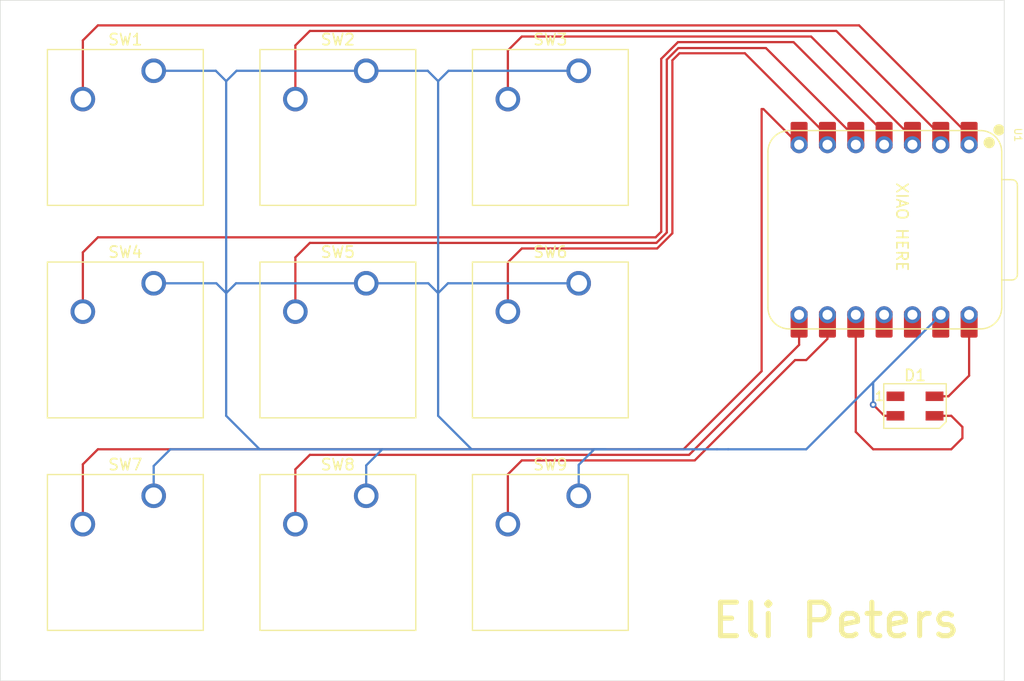
<source format=kicad_pcb>
(kicad_pcb (version 20241229) (generator "pcbnew") (generator_version "9.0")
  (layers (0 "F.Cu" signal) (2 "B.Cu" signal) (13 "F.Paste" user) (15 "B.Paste" user) (5 "F.SilkS" user "F.Silkscreen") (7 "B.SilkS" user "B.Silkscreen") (1 "F.Mask" user) (3 "B.Mask" user) (25 "Edge.Cuts" user))
  (net 0 "")
  (net 1 "Net-(U1-GPIO26{slash}ADC0{slash}A0)")
  (net 2 "Net-(U1-GPIO27{slash}ADC1{slash}A1)")
  (net 3 "Net-(U1-GPIO28{slash}ADC2{slash}A2)")
  (net 4 "Net-(U1-GPIO29{slash}ADC3{slash}A3)")
  (net 5 "Net-(U1-GPIO6{slash}SDA)")
  (net 6 "Net-(U1-GPIO7{slash}SCL)")
  (net 7 "Net-(U1-GPIO0{slash}TX)")
  (net 8 "Net-(U1-GPIO1{slash}RX)")
  (net 9 "Net-(U1-GPIO2{slash}SCK)")
  (net 10 "GND")
  (net 11 "+5V")
  (net 15 "Net-(D1-DIN)")
  (footprint "Button_Switch_Keyboard:SW_Cherry_MX_1.00u_PCB" (layer "F.Cu") (at 83.5025 90.17)
    (property "Reference" "SW7" (at -2.54 -2.794 0) (layer "F.SilkS"))
    (property "Value" "SW_Push")
    (fp_line (start -9.525 -1.905) (end 4.445 -1.905) (stroke (width 0.12)) (layer "F.SilkS"))
    (fp_line (start -9.525 12.065) (end -9.525 -1.905) (stroke (width 0.12)) (layer "F.SilkS"))
    (fp_line (start 4.445 -1.905) (end 4.445 12.065) (stroke (width 0.12)) (layer "F.SilkS"))
    (fp_line (start 4.445 12.065) (end -9.525 12.065) (stroke (width 0.12)) (layer "F.SilkS"))
    (pad "" np_thru_hole circle (at -7.62 5.08) (size 1.7 1.7) (drill 1.7) (layers "*.Cu" "*.Mask"))
    (pad "" np_thru_hole circle (at -2.54 5.08) (size 4 4) (drill 4) (layers "*.Cu" "*.Mask"))
    (pad "" np_thru_hole circle (at 2.54 5.08) (size 1.7 1.7) (drill 1.7) (layers "*.Cu" "*.Mask"))
    (pad "1" thru_hole circle (at 0 0) (size 2.2 2.2) (drill 1.5) (layers "*.Cu" "*.Mask") (net 10 "GND"))
    (pad "2" thru_hole circle (at -6.35 2.54) (size 2.2 2.2) (drill 1.5) (layers "*.Cu" "*.Mask") (net 7 "Net-(U1-GPIO0{slash}TX)"))
  )
  (footprint "Button_Switch_Keyboard:SW_Cherry_MX_1.00u_PCB" (layer "F.Cu") (at 121.6025 52.07)
    (property "Reference" "SW3" (at -2.54 -2.794 0) (layer "F.SilkS"))
    (property "Value" "SW_Push")
    (fp_line (start -9.525 -1.905) (end 4.445 -1.905) (stroke (width 0.12)) (layer "F.SilkS"))
    (fp_line (start -9.525 12.065) (end -9.525 -1.905) (stroke (width 0.12)) (layer "F.SilkS"))
    (fp_line (start 4.445 -1.905) (end 4.445 12.065) (stroke (width 0.12)) (layer "F.SilkS"))
    (fp_line (start 4.445 12.065) (end -9.525 12.065) (stroke (width 0.12)) (layer "F.SilkS"))
    (pad "" np_thru_hole circle (at -7.62 5.08) (size 1.7 1.7) (drill 1.7) (layers "*.Cu" "*.Mask"))
    (pad "" np_thru_hole circle (at -2.54 5.08) (size 4 4) (drill 4) (layers "*.Cu" "*.Mask"))
    (pad "" np_thru_hole circle (at 2.54 5.08) (size 1.7 1.7) (drill 1.7) (layers "*.Cu" "*.Mask"))
    (pad "1" thru_hole circle (at 0 0) (size 2.2 2.2) (drill 1.5) (layers "*.Cu" "*.Mask") (net 10 "GND"))
    (pad "2" thru_hole circle (at -6.35 2.54) (size 2.2 2.2) (drill 1.5) (layers "*.Cu" "*.Mask") (net 3 "Net-(U1-GPIO28{slash}ADC2{slash}A2)"))
  )
  (footprint "Button_Switch_Keyboard:SW_Cherry_MX_1.00u_PCB" (layer "F.Cu") (at 102.5525 52.07)
    (property "Reference" "SW2" (at -2.54 -2.794 0) (layer "F.SilkS"))
    (property "Value" "SW_Push")
    (fp_line (start -9.525 -1.905) (end 4.445 -1.905) (stroke (width 0.12)) (layer "F.SilkS"))
    (fp_line (start -9.525 12.065) (end -9.525 -1.905) (stroke (width 0.12)) (layer "F.SilkS"))
    (fp_line (start 4.445 -1.905) (end 4.445 12.065) (stroke (width 0.12)) (layer "F.SilkS"))
    (fp_line (start 4.445 12.065) (end -9.525 12.065) (stroke (width 0.12)) (layer "F.SilkS"))
    (pad "" np_thru_hole circle (at -7.62 5.08) (size 1.7 1.7) (drill 1.7) (layers "*.Cu" "*.Mask"))
    (pad "" np_thru_hole circle (at -2.54 5.08) (size 4 4) (drill 4) (layers "*.Cu" "*.Mask"))
    (pad "" np_thru_hole circle (at 2.54 5.08) (size 1.7 1.7) (drill 1.7) (layers "*.Cu" "*.Mask"))
    (pad "1" thru_hole circle (at 0 0) (size 2.2 2.2) (drill 1.5) (layers "*.Cu" "*.Mask") (net 10 "GND"))
    (pad "2" thru_hole circle (at -6.35 2.54) (size 2.2 2.2) (drill 1.5) (layers "*.Cu" "*.Mask") (net 2 "Net-(U1-GPIO27{slash}ADC1{slash}A1)"))
  )
  (footprint "Button_Switch_Keyboard:SW_Cherry_MX_1.00u_PCB" (layer "F.Cu") (at 83.5025 71.12)
    (property "Reference" "SW4" (at -2.54 -2.794 0) (layer "F.SilkS"))
    (property "Value" "SW_Push")
    (fp_line (start -9.525 -1.905) (end 4.445 -1.905) (stroke (width 0.12)) (layer "F.SilkS"))
    (fp_line (start -9.525 12.065) (end -9.525 -1.905) (stroke (width 0.12)) (layer "F.SilkS"))
    (fp_line (start 4.445 -1.905) (end 4.445 12.065) (stroke (width 0.12)) (layer "F.SilkS"))
    (fp_line (start 4.445 12.065) (end -9.525 12.065) (stroke (width 0.12)) (layer "F.SilkS"))
    (pad "" np_thru_hole circle (at -7.62 5.08) (size 1.7 1.7) (drill 1.7) (layers "*.Cu" "*.Mask"))
    (pad "" np_thru_hole circle (at -2.54 5.08) (size 4 4) (drill 4) (layers "*.Cu" "*.Mask"))
    (pad "" np_thru_hole circle (at 2.54 5.08) (size 1.7 1.7) (drill 1.7) (layers "*.Cu" "*.Mask"))
    (pad "1" thru_hole circle (at 0 0) (size 2.2 2.2) (drill 1.5) (layers "*.Cu" "*.Mask") (net 10 "GND"))
    (pad "2" thru_hole circle (at -6.35 2.54) (size 2.2 2.2) (drill 1.5) (layers "*.Cu" "*.Mask") (net 4 "Net-(U1-GPIO29{slash}ADC3{slash}A3)"))
  )
  (footprint "LED_SMD:LED_SK6812MINI_PLCC4_3.5x3.5mm_P1.75mm" (layer "F.Cu") (at 151.75 82.125)
    (property "Reference" "D1" (at 0 -2.75 0) (layer "F.SilkS"))
    (property "Value" "SK6812MINI")
    (fp_line (start -2.8 -2) (end -2.8 2) (stroke (width 0.12)) (layer "F.SilkS"))
    (fp_line (start -2.8 -2) (end 2.8 -2) (stroke (width 0.12)) (layer "F.SilkS"))
    (fp_line (start -2.8 2) (end 2.2 2) (stroke (width 0.12)) (layer "F.SilkS"))
    (fp_line (start 2.8 1.4) (end 2.2 2) (stroke (width 0.12)) (layer "F.SilkS"))
    (fp_line (start 2.8 1.4) (end 2.8 -2) (stroke (width 0.12)) (layer "F.SilkS"))
    (fp_text user "1" (at -3.2 -0.875 0) (layer "F.SilkS") (effects (font (size 0.8 0.8))))
    (pad "1" smd rect (at -1.75 -0.875) (size 1.6 0.85) (layers "F.Cu" "F.Mask" "F.Paste"))
    (pad "2" smd rect (at -1.75 0.875) (size 1.6 0.85) (layers "F.Cu" "F.Mask" "F.Paste") (net 10 "GND"))
    (pad "3" smd rect (at 1.75 0.875) (size 1.6 0.85) (layers "F.Cu" "F.Mask" "F.Paste") (net 15 "Net-(D1-DIN)"))
    (pad "4" smd rect (at 1.75 -0.875) (size 1.6 0.85) (layers "F.Cu" "F.Mask" "F.Paste") (net 11 "+5V"))
  )
  (footprint "Button_Switch_Keyboard:SW_Cherry_MX_1.00u_PCB" (layer "F.Cu") (at 102.5525 71.12)
    (property "Reference" "SW5" (at -2.54 -2.794 0) (layer "F.SilkS"))
    (property "Value" "SW_Push")
    (fp_line (start -9.525 -1.905) (end 4.445 -1.905) (stroke (width 0.12)) (layer "F.SilkS"))
    (fp_line (start -9.525 12.065) (end -9.525 -1.905) (stroke (width 0.12)) (layer "F.SilkS"))
    (fp_line (start 4.445 -1.905) (end 4.445 12.065) (stroke (width 0.12)) (layer "F.SilkS"))
    (fp_line (start 4.445 12.065) (end -9.525 12.065) (stroke (width 0.12)) (layer "F.SilkS"))
    (pad "" np_thru_hole circle (at -7.62 5.08) (size 1.7 1.7) (drill 1.7) (layers "*.Cu" "*.Mask"))
    (pad "" np_thru_hole circle (at -2.54 5.08) (size 4 4) (drill 4) (layers "*.Cu" "*.Mask"))
    (pad "" np_thru_hole circle (at 2.54 5.08) (size 1.7 1.7) (drill 1.7) (layers "*.Cu" "*.Mask"))
    (pad "1" thru_hole circle (at 0 0) (size 2.2 2.2) (drill 1.5) (layers "*.Cu" "*.Mask") (net 10 "GND"))
    (pad "2" thru_hole circle (at -6.35 2.54) (size 2.2 2.2) (drill 1.5) (layers "*.Cu" "*.Mask") (net 5 "Net-(U1-GPIO6{slash}SDA)"))
  )
  (footprint "PLO:XIAO-RP2040-DIP" (layer "F.Cu") (at 148.98 66.32 -90)
    (property "Reference" "U1" (at -8.5 -12 270) (layer "F.SilkS") (effects (font (size 0.635 0.635) (thickness 0.1016))))
    (property "Value" "XIAO-RP2040-DIP")
    (fp_line (start -6.985 10.414) (end 6.985 10.414) (stroke (width 0.127)) (layer "F.SilkS"))
    (fp_line (start -8.89 8.509) (end -8.89 -8.636) (stroke (width 0.127)) (layer "F.SilkS"))
    (fp_line (start 8.89 8.509) (end 8.89 -8.636) (stroke (width 0.127)) (layer "F.SilkS"))
    (fp_line (start -4.495 -10.541) (end -4.491272 -11.451272) (stroke (width 0.127)) (layer "F.SilkS"))
    (fp_line (start 6.985 -10.541) (end -6.985 -10.541) (stroke (width 0.1)) (layer "F.SilkS"))
    (fp_line (start 6.985 -10.541) (end -6.985 -10.541) (stroke (width 0.127)) (layer "F.SilkS"))
    (fp_line (start 4.504 -11.451) (end 4.504 -10.541) (stroke (width 0.127)) (layer "F.SilkS"))
    (fp_line (start -3.991272 -11.951) (end 4.004 -11.951) (stroke (width 0.127)) (layer "F.SilkS"))
    (fp_arc (start -6.985 10.414) (mid -8.332038 9.856038) (end -8.89 8.509) (stroke (width 0.127)) (layer "F.SilkS"))
    (fp_arc (start 8.89 8.509) (mid 8.332038 9.856038) (end 6.985 10.414) (stroke (width 0.127)) (layer "F.SilkS"))
    (fp_arc (start -8.89 -8.636) (mid -8.332038 -9.983038) (end -6.985 -10.541) (stroke (width 0.127)) (layer "F.SilkS"))
    (fp_arc (start 6.985 -10.541) (mid 8.332038 -9.983038) (end 8.89 -8.636) (stroke (width 0.127)) (layer "F.SilkS"))
    (fp_arc (start -4.491272 -11.451272) (mid -4.344728 -11.80464) (end -3.991272 -11.951) (stroke (width 0.127)) (layer "F.SilkS"))
    (fp_arc (start 4.004 -11.951) (mid 4.357553 -11.804553) (end 4.504 -11.451) (stroke (width 0.127)) (layer "F.SilkS"))
    (fp_circle (center -7.807 -9.42) (end -7.807 -9.674) (stroke (width 0.5)) (fill yes) (layer "F.SilkS"))
    (fp_circle (center -8.95 -10.3) (end -8.95 -10.554) (stroke (width 0.5)) (fill yes) (layer "F.SilkS"))
    (pad "1" smd roundrect (at -8.455 -7.62 90) (size 2.432 1.524) (layers "F.Cu" "F.Mask") (roundrect_rratio 0.1) (net 1 "Net-(U1-GPIO26{slash}ADC0{slash}A0)"))
    (pad "1" thru_hole circle (at -7.62 -7.62 90) (size 1.524 1.524) (drill 0.889) (layers "*.Cu" "*.Mask") (net 1 "Net-(U1-GPIO26{slash}ADC0{slash}A0)"))
    (pad "2" smd roundrect (at -8.455 -5.08 90) (size 2.432 1.524) (layers "F.Cu" "F.Mask") (roundrect_rratio 0.1) (net 2 "Net-(U1-GPIO27{slash}ADC1{slash}A1)"))
    (pad "2" thru_hole circle (at -7.62 -5.08 90) (size 1.524 1.524) (drill 0.889) (layers "*.Cu" "*.Mask") (net 2 "Net-(U1-GPIO27{slash}ADC1{slash}A1)"))
    (pad "3" smd roundrect (at -8.455 -2.54 90) (size 2.432 1.524) (layers "F.Cu" "F.Mask") (roundrect_rratio 0.1) (net 3 "Net-(U1-GPIO28{slash}ADC2{slash}A2)"))
    (pad "3" thru_hole circle (at -7.62 -2.54 90) (size 1.524 1.524) (drill 0.889) (layers "*.Cu" "*.Mask") (net 3 "Net-(U1-GPIO28{slash}ADC2{slash}A2)"))
    (pad "4" smd roundrect (at -8.455 0 90) (size 2.432 1.524) (layers "F.Cu" "F.Mask") (roundrect_rratio 0.1) (net 4 "Net-(U1-GPIO29{slash}ADC3{slash}A3)"))
    (pad "4" thru_hole circle (at -7.62 0 90) (size 1.524 1.524) (drill 0.889) (layers "*.Cu" "*.Mask") (net 4 "Net-(U1-GPIO29{slash}ADC3{slash}A3)"))
    (pad "5" smd roundrect (at -8.455 2.54 90) (size 2.432 1.524) (layers "F.Cu" "F.Mask") (roundrect_rratio 0.1) (net 5 "Net-(U1-GPIO6{slash}SDA)"))
    (pad "5" thru_hole circle (at -7.62 2.54 90) (size 1.524 1.524) (drill 0.889) (layers "*.Cu" "*.Mask") (net 5 "Net-(U1-GPIO6{slash}SDA)"))
    (pad "6" smd roundrect (at -8.455 5.08 90) (size 2.432 1.524) (layers "F.Cu" "F.Mask") (roundrect_rratio 0.1) (net 6 "Net-(U1-GPIO7{slash}SCL)"))
    (pad "6" thru_hole circle (at -7.62 5.08 90) (size 1.524 1.524) (drill 0.889) (layers "*.Cu" "*.Mask") (net 6 "Net-(U1-GPIO7{slash}SCL)"))
    (pad "7" smd roundrect (at -8.455 7.62 90) (size 2.432 1.524) (layers "F.Cu" "F.Mask") (roundrect_rratio 0.1) (net 7 "Net-(U1-GPIO0{slash}TX)"))
    (pad "7" thru_hole circle (at -7.62 7.62 90) (size 1.524 1.524) (drill 0.889) (layers "*.Cu" "*.Mask") (net 7 "Net-(U1-GPIO0{slash}TX)"))
    (pad "8" thru_hole circle (at 7.62 7.62 270) (size 1.524 1.524) (drill 0.889) (layers "*.Cu" "*.Mask") (net 8 "Net-(U1-GPIO1{slash}RX)"))
    (pad "8" smd roundrect (at 8.455 7.62 270) (size 2.432 1.524) (layers "F.Cu" "F.Mask") (roundrect_rratio 0.1) (net 8 "Net-(U1-GPIO1{slash}RX)"))
    (pad "9" thru_hole circle (at 7.62 5.08 270) (size 1.524 1.524) (drill 0.889) (layers "*.Cu" "*.Mask") (net 9 "Net-(U1-GPIO2{slash}SCK)"))
    (pad "9" smd roundrect (at 8.455 5.08 270) (size 2.432 1.524) (layers "F.Cu" "F.Mask") (roundrect_rratio 0.1) (net 9 "Net-(U1-GPIO2{slash}SCK)"))
    (pad "10" thru_hole circle (at 7.62 2.54 270) (size 1.524 1.524) (drill 0.889) (layers "*.Cu" "*.Mask") (net 15 "Net-(D1-DIN)"))
    (pad "10" smd roundrect (at 8.455 2.54 270) (size 2.432 1.524) (layers "F.Cu" "F.Mask") (roundrect_rratio 0.1) (net 15 "Net-(D1-DIN)"))
    (pad "11" thru_hole circle (at 7.62 0 270) (size 1.524 1.524) (drill 0.889) (layers "*.Cu" "*.Mask"))
    (pad "11" smd roundrect (at 8.455 0 270) (size 2.432 1.524) (layers "F.Cu" "F.Mask") (roundrect_rratio 0.1))
    (pad "12" thru_hole circle (at 7.62 -2.54 270) (size 1.524 1.524) (drill 0.889) (layers "*.Cu" "*.Mask"))
    (pad "12" smd roundrect (at 8.455 -2.54 270) (size 2.432 1.524) (layers "F.Cu" "F.Mask") (roundrect_rratio 0.1))
    (pad "13" thru_hole circle (at 7.62 -5.08 270) (size 1.524 1.524) (drill 0.889) (layers "*.Cu" "*.Mask") (net 10 "GND"))
    (pad "13" smd roundrect (at 8.455 -5.08 270) (size 2.432 1.524) (layers "F.Cu" "F.Mask") (roundrect_rratio 0.1) (net 10 "GND"))
    (pad "14" thru_hole circle (at 7.62 -7.62 270) (size 1.524 1.524) (drill 0.889) (layers "*.Cu" "*.Mask") (net 11 "+5V"))
    (pad "14" smd roundrect (at 8.455 -7.62 270) (size 2.432 1.524) (layers "F.Cu" "F.Mask") (roundrect_rratio 0.1) (net 11 "+5V"))
  )
  (footprint "Button_Switch_Keyboard:SW_Cherry_MX_1.00u_PCB" (layer "F.Cu") (at 121.6025 71.12)
    (property "Reference" "SW6" (at -2.54 -2.794 0) (layer "F.SilkS"))
    (property "Value" "SW_Push")
    (fp_line (start -9.525 -1.905) (end 4.445 -1.905) (stroke (width 0.12)) (layer "F.SilkS"))
    (fp_line (start -9.525 12.065) (end -9.525 -1.905) (stroke (width 0.12)) (layer "F.SilkS"))
    (fp_line (start 4.445 -1.905) (end 4.445 12.065) (stroke (width 0.12)) (layer "F.SilkS"))
    (fp_line (start 4.445 12.065) (end -9.525 12.065) (stroke (width 0.12)) (layer "F.SilkS"))
    (pad "" np_thru_hole circle (at -7.62 5.08) (size 1.7 1.7) (drill 1.7) (layers "*.Cu" "*.Mask"))
    (pad "" np_thru_hole circle (at -2.54 5.08) (size 4 4) (drill 4) (layers "*.Cu" "*.Mask"))
    (pad "" np_thru_hole circle (at 2.54 5.08) (size 1.7 1.7) (drill 1.7) (layers "*.Cu" "*.Mask"))
    (pad "1" thru_hole circle (at 0 0) (size 2.2 2.2) (drill 1.5) (layers "*.Cu" "*.Mask") (net 10 "GND"))
    (pad "2" thru_hole circle (at -6.35 2.54) (size 2.2 2.2) (drill 1.5) (layers "*.Cu" "*.Mask") (net 6 "Net-(U1-GPIO7{slash}SCL)"))
  )
  (footprint "Button_Switch_Keyboard:SW_Cherry_MX_1.00u_PCB" (layer "F.Cu") (at 83.5025 52.07)
    (property "Reference" "SW1" (at -2.54 -2.794 0) (layer "F.SilkS"))
    (property "Value" "SW_Push")
    (fp_line (start -9.525 -1.905) (end 4.445 -1.905) (stroke (width 0.12)) (layer "F.SilkS"))
    (fp_line (start -9.525 12.065) (end -9.525 -1.905) (stroke (width 0.12)) (layer "F.SilkS"))
    (fp_line (start 4.445 -1.905) (end 4.445 12.065) (stroke (width 0.12)) (layer "F.SilkS"))
    (fp_line (start 4.445 12.065) (end -9.525 12.065) (stroke (width 0.12)) (layer "F.SilkS"))
    (pad "" np_thru_hole circle (at -7.62 5.08) (size 1.7 1.7) (drill 1.7) (layers "*.Cu" "*.Mask"))
    (pad "" np_thru_hole circle (at -2.54 5.08) (size 4 4) (drill 4) (layers "*.Cu" "*.Mask"))
    (pad "" np_thru_hole circle (at 2.54 5.08) (size 1.7 1.7) (drill 1.7) (layers "*.Cu" "*.Mask"))
    (pad "1" thru_hole circle (at 0 0) (size 2.2 2.2) (drill 1.5) (layers "*.Cu" "*.Mask") (net 10 "GND"))
    (pad "2" thru_hole circle (at -6.35 2.54) (size 2.2 2.2) (drill 1.5) (layers "*.Cu" "*.Mask") (net 1 "Net-(U1-GPIO26{slash}ADC0{slash}A0)"))
  )
  (footprint "Button_Switch_Keyboard:SW_Cherry_MX_1.00u_PCB" (layer "F.Cu") (at 121.6025 90.17)
    (property "Reference" "SW9" (at -2.54 -2.794 0) (layer "F.SilkS"))
    (property "Value" "SW_Push")
    (fp_line (start -9.525 -1.905) (end 4.445 -1.905) (stroke (width 0.12)) (layer "F.SilkS"))
    (fp_line (start -9.525 12.065) (end -9.525 -1.905) (stroke (width 0.12)) (layer "F.SilkS"))
    (fp_line (start 4.445 -1.905) (end 4.445 12.065) (stroke (width 0.12)) (layer "F.SilkS"))
    (fp_line (start 4.445 12.065) (end -9.525 12.065) (stroke (width 0.12)) (layer "F.SilkS"))
    (pad "" np_thru_hole circle (at -7.62 5.08) (size 1.7 1.7) (drill 1.7) (layers "*.Cu" "*.Mask"))
    (pad "" np_thru_hole circle (at -2.54 5.08) (size 4 4) (drill 4) (layers "*.Cu" "*.Mask"))
    (pad "" np_thru_hole circle (at 2.54 5.08) (size 1.7 1.7) (drill 1.7) (layers "*.Cu" "*.Mask"))
    (pad "1" thru_hole circle (at 0 0) (size 2.2 2.2) (drill 1.5) (layers "*.Cu" "*.Mask") (net 10 "GND"))
    (pad "2" thru_hole circle (at -6.35 2.54) (size 2.2 2.2) (drill 1.5) (layers "*.Cu" "*.Mask") (net 9 "Net-(U1-GPIO2{slash}SCK)"))
  )
  (footprint "Button_Switch_Keyboard:SW_Cherry_MX_1.00u_PCB" (layer "F.Cu") (at 102.5525 90.17)
    (property "Reference" "SW8" (at -2.54 -2.794 0) (layer "F.SilkS"))
    (property "Value" "SW_Push")
    (fp_line (start -9.525 -1.905) (end 4.445 -1.905) (stroke (width 0.12)) (layer "F.SilkS"))
    (fp_line (start -9.525 12.065) (end -9.525 -1.905) (stroke (width 0.12)) (layer "F.SilkS"))
    (fp_line (start 4.445 -1.905) (end 4.445 12.065) (stroke (width 0.12)) (layer "F.SilkS"))
    (fp_line (start 4.445 12.065) (end -9.525 12.065) (stroke (width 0.12)) (layer "F.SilkS"))
    (pad "" np_thru_hole circle (at -7.62 5.08) (size 1.7 1.7) (drill 1.7) (layers "*.Cu" "*.Mask"))
    (pad "" np_thru_hole circle (at -2.54 5.08) (size 4 4) (drill 4) (layers "*.Cu" "*.Mask"))
    (pad "" np_thru_hole circle (at 2.54 5.08) (size 1.7 1.7) (drill 1.7) (layers "*.Cu" "*.Mask"))
    (pad "1" thru_hole circle (at 0 0) (size 2.2 2.2) (drill 1.5) (layers "*.Cu" "*.Mask") (net 10 "GND"))
    (pad "2" thru_hole circle (at -6.35 2.54) (size 2.2 2.2) (drill 1.5) (layers "*.Cu" "*.Mask") (net 8 "Net-(U1-GPIO1{slash}RX)"))
  )
  (gr_rect (start 69.75 45.75) (end 159.75 106.75) (stroke (width 0.05)) (fill no) (layer "Edge.Cuts"))
  (gr_text "XIAO HERE" (at 150 62 270) (layer "F.SilkS") (effects (font (size 1 1)) (justify left bottom)))
  (gr_text "Eli Peters" (at 133.3 103.1 0) (layer "F.SilkS") (effects (font (size 3 3) (thickness 0.45)) (justify left bottom)))
  (segment (start 146.735 48) (end 156.6 57.865) (width 0.2) (layer "F.Cu") (net 1))
  (segment (start 78.5 48) (end 146.735 48) (width 0.2) (layer "F.Cu") (net 1))
  (segment (start 77.1525 49.3475) (end 78.5 48) (width 0.2) (layer "F.Cu") (net 1))
  (segment (start 77.1525 54.61) (end 77.1525 49.3475) (width 0.2) (layer "F.Cu") (net 1))
  (segment (start 96.2025 49.7975) (end 97.5 48.5) (width 0.2) (layer "F.Cu") (net 2))
  (segment (start 97.5 48.5) (end 144.695 48.5) (width 0.2) (layer "F.Cu") (net 2))
  (segment (start 144.695 48.5) (end 154.06 57.865) (width 0.2) (layer "F.Cu") (net 2))
  (segment (start 96.2025 54.61) (end 96.2025 49.7975) (width 0.2) (layer "F.Cu") (net 2))
  (segment (start 115.2525 54.61) (end 115.2525 50.2475) (width 0.2) (layer "F.Cu") (net 3))
  (segment (start 116.5 49) (end 142.433626 49) (width 0.2) (layer "F.Cu") (net 3))
  (segment (start 151.52 58.086374) (end 151.52 58.7) (width 0.2) (layer "F.Cu") (net 3))
  (segment (start 142.433626 49) (end 151.52 58.086374) (width 0.2) (layer "F.Cu") (net 3))
  (segment (start 115.2525 50.2475) (end 116.5 49) (width 0.2) (layer "F.Cu") (net 3))
  (segment (start 140.85763 49.5) (end 130.5 49.5) (width 0.2) (layer "F.Cu") (net 4))
  (segment (start 129 66.5) (end 128.5 67) (width 0.2) (layer "F.Cu") (net 4))
  (segment (start 148.98 57.62237) (end 148.98 58.7) (width 0.2) (layer "F.Cu") (net 4))
  (segment (start 78.5 67) (end 128.5 67) (width 0.2) (layer "F.Cu") (net 4))
  (segment (start 77.1525 68.3475) (end 78.5 67) (width 0.2) (layer "F.Cu") (net 4))
  (segment (start 140.85763 49.5) (end 148.98 57.62237) (width 0.2) (layer "F.Cu") (net 4))
  (segment (start 77.1525 73.66) (end 77.1525 68.3475) (width 0.2) (layer "F.Cu") (net 4))
  (segment (start 130.5 49.5) (end 129 51) (width 0.2) (layer "F.Cu") (net 4))
  (segment (start 129 51) (end 129 66.5) (width 0.2) (layer "F.Cu") (net 4))
  (segment (start 130.53355 50.03355) (end 138.387176 50.03355) (width 0.2) (layer "F.Cu") (net 5))
  (segment (start 129.5 66.5671) (end 129.5 51.0671) (width 0.2) (layer "F.Cu") (net 5))
  (segment (start 97.5 67.5) (end 128.5671 67.5) (width 0.2) (layer "F.Cu") (net 5))
  (segment (start 138.387176 50.03355) (end 146.44 58.086374) (width 0.2) (layer "F.Cu") (net 5))
  (segment (start 96.2025 68.7975) (end 97.5 67.5) (width 0.2) (layer "F.Cu") (net 5))
  (segment (start 128.5671 67.5) (end 129.5 66.5671) (width 0.2) (layer "F.Cu") (net 5))
  (segment (start 96.2025 73.66) (end 96.2025 68.7975) (width 0.2) (layer "F.Cu") (net 5))
  (segment (start 146.44 58.086374) (end 146.44 58.7) (width 0.2) (layer "F.Cu") (net 5))
  (segment (start 129.5 51.0671) (end 130.53355 50.03355) (width 0.2) (layer "F.Cu") (net 5))
  (segment (start 115.2525 69.2475) (end 115.2525 73.66) (width 0.2) (layer "F.Cu") (net 6))
  (segment (start 128.6342 68) (end 116.5 68) (width 0.2) (layer "F.Cu") (net 6))
  (segment (start 143.9 58.7) (end 143.9 57.9) (width 0.2) (layer "F.Cu") (net 6))
  (segment (start 116.5 68) (end 115.2525 69.2475) (width 0.2) (layer "F.Cu") (net 6))
  (segment (start 130 51.1342) (end 130 66.6342) (width 0.2) (layer "F.Cu") (net 6))
  (segment (start 143.9 57.9) (end 136.5 50.5) (width 0.2) (layer "F.Cu") (net 6))
  (segment (start 136.5 50.5) (end 130.6342 50.5) (width 0.2) (layer "F.Cu") (net 6))
  (segment (start 130.6342 50.5) (end 130 51.1342) (width 0.2) (layer "F.Cu") (net 6))
  (segment (start 130 66.6342) (end 128.6342 68) (width 0.2) (layer "F.Cu") (net 6))
  (segment (start 138 79) (end 138 55.5) (width 0.2) (layer "F.Cu") (net 7))
  (segment (start 77.1525 92.71) (end 77.1525 87.3475) (width 0.2) (layer "F.Cu") (net 7))
  (segment (start 78.5 86) (end 131 86) (width 0.2) (layer "F.Cu") (net 7))
  (segment (start 131 86) (end 138 79) (width 0.2) (layer "F.Cu") (net 7))
  (segment (start 77.1525 87.3475) (end 78.5 86) (width 0.2) (layer "F.Cu") (net 7))
  (segment (start 138 55.5) (end 138.16 55.5) (width 0.2) (layer "F.Cu") (net 7))
  (segment (start 138.16 55.5) (end 141.36 58.7) (width 0.2) (layer "F.Cu") (net 7))
  (segment (start 96.2025 92.71) (end 96.2025 87.7975) (width 0.2) (layer "F.Cu") (net 8))
  (segment (start 97.5 86.5) (end 131.5 86.5) (width 0.2) (layer "F.Cu") (net 8))
  (segment (start 141.36 76.64) (end 141.36 74.775) (width 0.2) (layer "F.Cu") (net 8))
  (segment (start 131.5 86.5) (end 141.36 76.64) (width 0.2) (layer "F.Cu") (net 8))
  (segment (start 96.2025 87.7975) (end 97.5 86.5) (width 0.2) (layer "F.Cu") (net 8))
  (segment (start 115.2525 88.2475) (end 116.5 87) (width 0.2) (layer "F.Cu") (net 9))
  (segment (start 143.9 76.1) (end 143.9 74.775) (width 0.2) (layer "F.Cu") (net 9))
  (segment (start 116.5 87) (end 132 87) (width 0.2) (layer "F.Cu") (net 9))
  (segment (start 132 87) (end 141 78) (width 0.2) (layer "F.Cu") (net 9))
  (segment (start 142 78) (end 143.9 76.1) (width 0.2) (layer "F.Cu") (net 9))
  (segment (start 115.2525 92.71) (end 115.2525 88.2475) (width 0.2) (layer "F.Cu") (net 9))
  (segment (start 141 78) (end 142 78) (width 0.2) (layer "F.Cu") (net 9))
  (segment (start 154.06 74.775) (end 154.06 73.94) (width 0.2) (layer "F.Cu") (net 10))
  (segment (start 149 83) (end 150 83) (width 0.2) (layer "F.Cu") (net 10))
  (segment (start 148 82) (end 149 83) (width 0.2) (layer "F.Cu") (net 10))
  (via (at 148 82) (size 0.6) (drill 0.3) (layers "F.Cu" "B.Cu") (net 10))
  (segment (start 90.88 71.12) (end 102.5525 71.12) (width 0.2) (layer "B.Cu") (net 10))
  (segment (start 109 53) (end 109.93 52.07) (width 0.2) (layer "B.Cu") (net 10))
  (segment (start 93 86) (end 85 86) (width 0.2) (layer "B.Cu") (net 10))
  (segment (start 85 86) (end 83.5025 87.4975) (width 0.2) (layer "B.Cu") (net 10))
  (segment (start 112 86) (end 124 86) (width 0.2) (layer "B.Cu") (net 10))
  (segment (start 90 72) (end 90.88 71.12) (width 0.2) (layer "B.Cu") (net 10))
  (segment (start 112 86) (end 109 83) (width 0.2) (layer "B.Cu") (net 10))
  (segment (start 93 86) (end 104 86) (width 0.2) (layer "B.Cu") (net 10))
  (segment (start 142 86) (end 148 80) (width 0.2) (layer "B.Cu") (net 10))
  (segment (start 109 83) (end 109 72) (width 0.2) (layer "B.Cu") (net 10))
  (segment (start 148 80) (end 148 82) (width 0.2) (layer "B.Cu") (net 10))
  (segment (start 109.93 52.07) (end 121.6025 52.07) (width 0.2) (layer "B.Cu") (net 10))
  (segment (start 134 86) (end 135 86) (width 0.2) (layer "B.Cu") (net 10))
  (segment (start 90 72) (end 90 83) (width 0.2) (layer "B.Cu") (net 10))
  (segment (start 83.5025 87.4975) (end 83.5025 90.17) (width 0.2) (layer "B.Cu") (net 10))
  (segment (start 109 72) (end 109.88 71.12) (width 0.2) (layer "B.Cu") (net 10))
  (segment (start 121.6025 87.3975) (end 121.6025 90.17) (width 0.2) (layer "B.Cu") (net 10))
  (segment (start 124 86) (end 127 86) (width 0.2) (layer "B.Cu") (net 10))
  (segment (start 90 83) (end 93 86) (width 0.2) (layer "B.Cu") (net 10))
  (segment (start 109 72) (end 109 53) (width 0.2) (layer "B.Cu") (net 10))
  (segment (start 127 86) (end 134 86) (width 0.2) (layer "B.Cu") (net 10))
  (segment (start 135 86) (end 142 86) (width 0.2) (layer "B.Cu") (net 10))
  (segment (start 89.12 71.12) (end 83.5025 71.12) (width 0.2) (layer "B.Cu") (net 10))
  (segment (start 109 72) (end 108.12 71.12) (width 0.2) (layer "B.Cu") (net 10))
  (segment (start 109 53) (end 108.07 52.07) (width 0.2) (layer "B.Cu") (net 10))
  (segment (start 104 86) (end 102.5525 87.4475) (width 0.2) (layer "B.Cu") (net 10))
  (segment (start 108.12 71.12) (end 102.5525 71.12) (width 0.2) (layer "B.Cu") (net 10))
  (segment (start 90 53) (end 90.93 52.07) (width 0.2) (layer "B.Cu") (net 10))
  (segment (start 108.07 52.07) (end 102.5525 52.07) (width 0.2) (layer "B.Cu") (net 10))
  (segment (start 124 86) (end 123 86) (width 0.2) (layer "B.Cu") (net 10))
  (segment (start 89.07 52.07) (end 83.5025 52.07) (width 0.2) (layer "B.Cu") (net 10))
  (segment (start 90 53) (end 89.07 52.07) (width 0.2) (layer "B.Cu") (net 10))
  (segment (start 90.93 52.07) (end 102.5525 52.07) (width 0.2) (layer "B.Cu") (net 10))
  (segment (start 148 80) (end 154.06 73.94) (width 0.2) (layer "B.Cu") (net 10))
  (segment (start 90 72) (end 89.12 71.12) (width 0.2) (layer "B.Cu") (net 10))
  (segment (start 104 86) (end 112 86) (width 0.2) (layer "B.Cu") (net 10))
  (segment (start 102.5525 87.4475) (end 102.5525 90.17) (width 0.2) (layer "B.Cu") (net 10))
  (segment (start 123 86) (end 121.6025 87.3975) (width 0.2) (layer "B.Cu") (net 10))
  (segment (start 109.88 71.12) (end 121.6025 71.12) (width 0.2) (layer "B.Cu") (net 10))
  (segment (start 90 53) (end 90 72) (width 0.2) (layer "B.Cu") (net 10))
  (segment (start 156.6 79.4) (end 156.6 74.775) (width 0.2) (layer "F.Cu") (net 11))
  (segment (start 154.75 81.25) (end 156.6 79.4) (width 0.2) (layer "F.Cu") (net 11))
  (segment (start 153.5 81.25) (end 154.75 81.25) (width 0.2) (layer "F.Cu") (net 11))
  (segment (start 156 85) (end 156 84) (width 0.2) (layer "F.Cu") (net 15))
  (segment (start 155 86) (end 156 85) (width 0.2) (layer "F.Cu") (net 15))
  (segment (start 146.44 73.94) (end 146.44 84.44) (width 0.2) (layer "F.Cu") (net 15))
  (segment (start 156 84) (end 155 83) (width 0.2) (layer "F.Cu") (net 15))
  (segment (start 146.44 84.44) (end 148 86) (width 0.2) (layer "F.Cu") (net 15))
  (segment (start 153.5 83) (end 155 83) (width 0.2) (layer "F.Cu") (net 15))
  (segment (start 148 86) (end 155 86) (width 0.2) (layer "F.Cu") (net 15))
)
</source>
